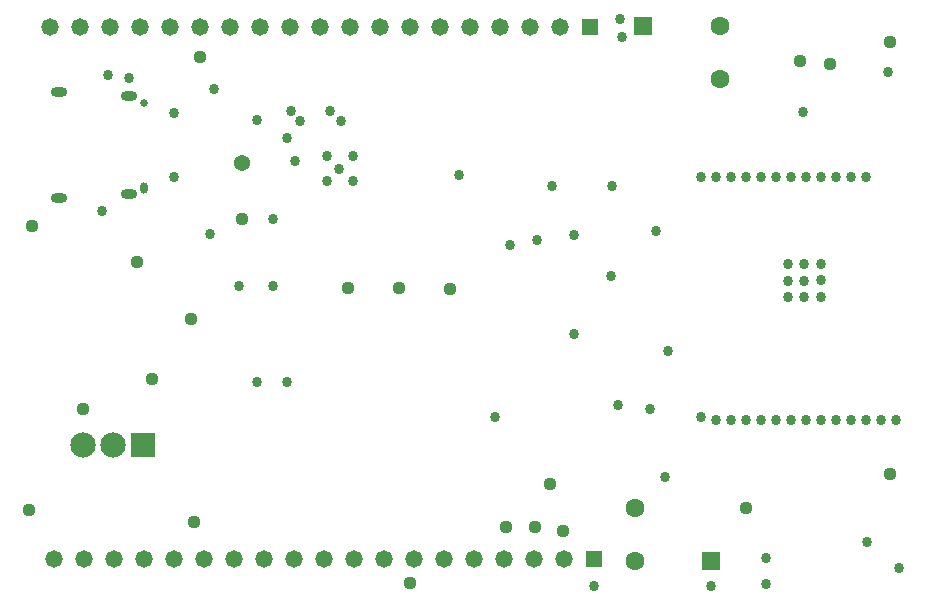
<source format=gbs>
G04*
G04 #@! TF.GenerationSoftware,Altium Limited,Altium Designer,24.7.2 (38)*
G04*
G04 Layer_Color=16711935*
%FSLAX44Y44*%
%MOMM*%
G71*
G04*
G04 #@! TF.SameCoordinates,1D9A9799-C8E3-4473-89B4-75341A8A5718*
G04*
G04*
G04 #@! TF.FilePolarity,Negative*
G04*
G01*
G75*
%ADD55C,1.6016*%
%ADD56R,1.6016X1.6016*%
%ADD57R,2.1500X2.1500*%
%ADD58C,2.1500*%
%ADD59C,0.6500*%
G04:AMPARAMS|DCode=60|XSize=0.95mm|YSize=0.65mm|CornerRadius=0.325mm|HoleSize=0mm|Usage=FLASHONLY|Rotation=270.000|XOffset=0mm|YOffset=0mm|HoleType=Round|Shape=RoundedRectangle|*
%AMROUNDEDRECTD60*
21,1,0.9500,0.0000,0,0,270.0*
21,1,0.3000,0.6500,0,0,270.0*
1,1,0.6500,0.0000,-0.1500*
1,1,0.6500,0.0000,0.1500*
1,1,0.6500,0.0000,0.1500*
1,1,0.6500,0.0000,-0.1500*
%
%ADD60ROUNDEDRECTD60*%
G04:AMPARAMS|DCode=61|XSize=0.8mm|YSize=1.4mm|CornerRadius=0.4mm|HoleSize=0mm|Usage=FLASHONLY|Rotation=270.000|XOffset=0mm|YOffset=0mm|HoleType=Round|Shape=RoundedRectangle|*
%AMROUNDEDRECTD61*
21,1,0.8000,0.6000,0,0,270.0*
21,1,0.0000,1.4000,0,0,270.0*
1,1,0.8000,-0.3000,0.0000*
1,1,0.8000,-0.3000,0.0000*
1,1,0.8000,0.3000,0.0000*
1,1,0.8000,0.3000,0.0000*
%
%ADD61ROUNDEDRECTD61*%
%ADD62C,1.4716*%
%ADD63R,1.4716X1.4716*%
%ADD64C,0.8636*%
%ADD65C,1.1176*%
%ADD66C,1.3716*%
D55*
X591300Y435970D02*
D03*
Y480970D02*
D03*
X519430Y72940D02*
D03*
Y27940D02*
D03*
D56*
X526300Y480970D02*
D03*
X584430Y27940D02*
D03*
D57*
X103030Y125730D02*
D03*
D58*
X77630D02*
D03*
X52230D02*
D03*
D59*
X103650Y416000D02*
D03*
D60*
Y344000D02*
D03*
D61*
X91150Y421300D02*
D03*
Y338700D02*
D03*
X31650Y424900D02*
D03*
Y335100D02*
D03*
D62*
X27600Y30000D02*
D03*
X53000D02*
D03*
X78400D02*
D03*
X103800D02*
D03*
X129200D02*
D03*
X154600D02*
D03*
X180000D02*
D03*
X205400D02*
D03*
X230800D02*
D03*
X256200D02*
D03*
X281600D02*
D03*
X307000D02*
D03*
X332400D02*
D03*
X357800D02*
D03*
X383200D02*
D03*
X408600D02*
D03*
X434000D02*
D03*
X459400D02*
D03*
X24130Y480060D02*
D03*
X49530D02*
D03*
X74930D02*
D03*
X100330D02*
D03*
X125730D02*
D03*
X151130D02*
D03*
X176530D02*
D03*
X201930D02*
D03*
X227330D02*
D03*
X252730D02*
D03*
X278130D02*
D03*
X303530D02*
D03*
X328930D02*
D03*
X354330D02*
D03*
X379730D02*
D03*
X405130D02*
D03*
X430530D02*
D03*
X455930D02*
D03*
D63*
X484800Y30000D02*
D03*
X481330Y480060D02*
D03*
D64*
X662940Y251320D02*
D03*
X676910D02*
D03*
Y265430D02*
D03*
Y279400D02*
D03*
X662940D02*
D03*
Y265320D02*
D03*
X648970Y251320D02*
D03*
Y265320D02*
D03*
X649210Y279320D02*
D03*
X269332Y359614D02*
D03*
X280962Y349614D02*
D03*
X259104Y349729D02*
D03*
X280962Y370540D02*
D03*
X259230Y370459D02*
D03*
X184150Y260350D02*
D03*
X213360D02*
D03*
Y317500D02*
D03*
X160020Y304800D02*
D03*
X499110Y269240D02*
D03*
X468084Y303530D02*
D03*
X436880Y299720D02*
D03*
X414020Y295830D02*
D03*
X537210Y307340D02*
D03*
X631056Y30480D02*
D03*
Y8123D02*
D03*
X506730Y486410D02*
D03*
X734141Y442203D02*
D03*
X664210Y147320D02*
D03*
X231798Y366810D02*
D03*
X468330Y219710D02*
D03*
X68580Y324240D02*
D03*
X716280Y43590D02*
D03*
X584430Y6350D02*
D03*
X485140D02*
D03*
X73660Y439420D02*
D03*
X129540Y353361D02*
D03*
Y407500D02*
D03*
X163220Y427250D02*
D03*
X661670Y407670D02*
D03*
X500380Y345440D02*
D03*
X508630Y471170D02*
D03*
X449580Y345440D02*
D03*
X370840Y354330D02*
D03*
X401491Y149860D02*
D03*
X199310Y179070D02*
D03*
X225129D02*
D03*
X199587Y401424D02*
D03*
X225129Y385810D02*
D03*
X235830Y400050D02*
D03*
X228600Y408940D02*
D03*
X271141Y400050D02*
D03*
X261620Y408940D02*
D03*
X91440Y436920D02*
D03*
X544830Y99060D02*
D03*
X532130Y156210D02*
D03*
X742950Y22225D02*
D03*
X575310Y149860D02*
D03*
X505460Y160020D02*
D03*
X547370Y205740D02*
D03*
X588010Y147320D02*
D03*
X600710D02*
D03*
X613410D02*
D03*
X626110D02*
D03*
X638810D02*
D03*
X651510D02*
D03*
X676910D02*
D03*
X689610D02*
D03*
X702310D02*
D03*
X715010D02*
D03*
X727710D02*
D03*
X740410D02*
D03*
X676910Y353060D02*
D03*
X638810D02*
D03*
X651510D02*
D03*
X664210D02*
D03*
X626110D02*
D03*
X613410D02*
D03*
X689610D02*
D03*
X702310D02*
D03*
X715010D02*
D03*
X575310D02*
D03*
X600710D02*
D03*
X588010D02*
D03*
D65*
X151130Y454660D02*
D03*
X6350Y71120D02*
D03*
X410857Y56445D02*
D03*
X435045D02*
D03*
X363220Y257810D02*
D03*
X447453Y92710D02*
D03*
X458610Y53340D02*
D03*
X735330Y467360D02*
D03*
X613410Y72940D02*
D03*
X97720Y280670D02*
D03*
X735670Y101440D02*
D03*
X329321Y9395D02*
D03*
X146050Y60960D02*
D03*
X8890Y311150D02*
D03*
X52070Y156210D02*
D03*
X659130Y450850D02*
D03*
X684530Y448894D02*
D03*
X144116Y232983D02*
D03*
X320040Y259080D02*
D03*
X276860Y259080D02*
D03*
X111125Y182343D02*
D03*
X186690Y317500D02*
D03*
D66*
Y364490D02*
D03*
M02*

</source>
